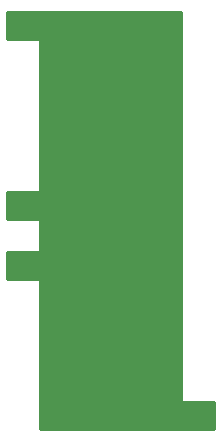
<source format=gbr>
G04 #@! TF.FileFunction,Soldermask,Bot*
%FSLAX46Y46*%
G04 Gerber Fmt 4.6, Leading zero omitted, Abs format (unit mm)*
G04 Created by KiCad (PCBNEW 4.0.4-stable) date Mon Feb  6 14:44:24 2017*
%MOMM*%
%LPD*%
G01*
G04 APERTURE LIST*
%ADD10C,0.100000*%
%ADD11C,2.252980*%
%ADD12C,0.254000*%
G04 APERTURE END LIST*
D10*
D11*
X118110000Y-92710000D03*
X133350000Y-125730000D03*
X118110000Y-113030000D03*
X118110000Y-107950000D03*
D12*
G36*
X131699000Y-124460000D02*
X131709006Y-124509410D01*
X131737447Y-124551035D01*
X131779841Y-124578315D01*
X131826000Y-124587000D01*
X134493000Y-124587000D01*
X134493000Y-126873000D01*
X119761000Y-126873000D01*
X119761000Y-114300000D01*
X119750994Y-114250590D01*
X119722553Y-114208965D01*
X119680159Y-114181685D01*
X119634000Y-114173000D01*
X116967000Y-114173000D01*
X116967000Y-111887000D01*
X119634000Y-111887000D01*
X119683410Y-111876994D01*
X119725035Y-111848553D01*
X119752315Y-111806159D01*
X119761000Y-111760000D01*
X119761000Y-109220000D01*
X119750994Y-109170590D01*
X119722553Y-109128965D01*
X119680159Y-109101685D01*
X119634000Y-109093000D01*
X116967000Y-109093000D01*
X116967000Y-106807000D01*
X119634000Y-106807000D01*
X119683410Y-106796994D01*
X119725035Y-106768553D01*
X119752315Y-106726159D01*
X119761000Y-106680000D01*
X119761000Y-93980000D01*
X119750994Y-93930590D01*
X119722553Y-93888965D01*
X119680159Y-93861685D01*
X119634000Y-93853000D01*
X116967000Y-93853000D01*
X116967000Y-91567000D01*
X131699000Y-91567000D01*
X131699000Y-124460000D01*
X131699000Y-124460000D01*
G37*
X131699000Y-124460000D02*
X131709006Y-124509410D01*
X131737447Y-124551035D01*
X131779841Y-124578315D01*
X131826000Y-124587000D01*
X134493000Y-124587000D01*
X134493000Y-126873000D01*
X119761000Y-126873000D01*
X119761000Y-114300000D01*
X119750994Y-114250590D01*
X119722553Y-114208965D01*
X119680159Y-114181685D01*
X119634000Y-114173000D01*
X116967000Y-114173000D01*
X116967000Y-111887000D01*
X119634000Y-111887000D01*
X119683410Y-111876994D01*
X119725035Y-111848553D01*
X119752315Y-111806159D01*
X119761000Y-111760000D01*
X119761000Y-109220000D01*
X119750994Y-109170590D01*
X119722553Y-109128965D01*
X119680159Y-109101685D01*
X119634000Y-109093000D01*
X116967000Y-109093000D01*
X116967000Y-106807000D01*
X119634000Y-106807000D01*
X119683410Y-106796994D01*
X119725035Y-106768553D01*
X119752315Y-106726159D01*
X119761000Y-106680000D01*
X119761000Y-93980000D01*
X119750994Y-93930590D01*
X119722553Y-93888965D01*
X119680159Y-93861685D01*
X119634000Y-93853000D01*
X116967000Y-93853000D01*
X116967000Y-91567000D01*
X131699000Y-91567000D01*
X131699000Y-124460000D01*
M02*

</source>
